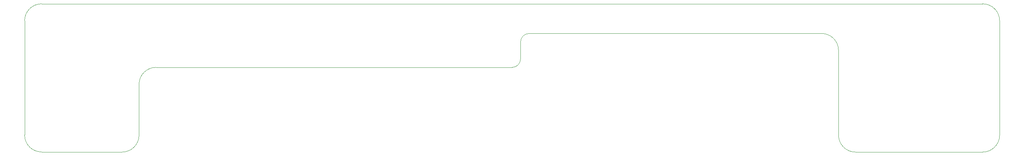
<source format=gbr>
%TF.GenerationSoftware,KiCad,Pcbnew,(6.0.2)*%
%TF.CreationDate,2022-03-02T13:17:24+03:00*%
%TF.ProjectId,Steel_form_Dish_washer PART 2,53746565-6c5f-4666-9f72-6d5f44697368,rev?*%
%TF.SameCoordinates,Original*%
%TF.FileFunction,Profile,NP*%
%FSLAX46Y46*%
G04 Gerber Fmt 4.6, Leading zero omitted, Abs format (unit mm)*
G04 Created by KiCad (PCBNEW (6.0.2)) date 2022-03-02 13:17:24*
%MOMM*%
%LPD*%
G01*
G04 APERTURE LIST*
%TA.AperFunction,Profile*%
%ADD10C,0.100000*%
%TD*%
G04 APERTURE END LIST*
D10*
X194900000Y-234400000D02*
X110900000Y-234400000D01*
X79900000Y-250371573D02*
X79900000Y-223400000D01*
X198900000Y-226400000D02*
G75*
G03*
X196900000Y-228400000I-1J-1999999D01*
G01*
X271900000Y-250400000D02*
X271900000Y-230400000D01*
X271900000Y-230400000D02*
G75*
G03*
X267900000Y-226400000I-4000000J0D01*
G01*
X309900000Y-223400000D02*
X309900000Y-250400000D01*
X194900000Y-234400000D02*
G75*
G03*
X196900000Y-232400000I1J1999999D01*
G01*
X271900000Y-250400000D02*
G75*
G03*
X275900000Y-254400000I4000000J0D01*
G01*
X305900000Y-254400000D02*
X275900000Y-254400000D01*
X267900000Y-226400000D02*
X198900000Y-226400000D01*
X309900000Y-223400000D02*
G75*
G03*
X305900000Y-219400000I-4000000J0D01*
G01*
X83900000Y-219400000D02*
X305900000Y-219400000D01*
X196900000Y-228400000D02*
X196900000Y-232400000D01*
X110900000Y-234400000D02*
G75*
G03*
X106900000Y-238400000I0J-4000000D01*
G01*
X106900000Y-238400000D02*
X106900000Y-250400000D01*
X83900000Y-219400000D02*
G75*
G03*
X79900000Y-223400000I0J-4000000D01*
G01*
X102900000Y-254400000D02*
G75*
G03*
X106900000Y-250400000I0J4000000D01*
G01*
X79900000Y-250371573D02*
G75*
G03*
X83900000Y-254371573I4000000J0D01*
G01*
X102900000Y-254400000D02*
X83900000Y-254371573D01*
X305900000Y-254400000D02*
G75*
G03*
X309900000Y-250400000I0J4000000D01*
G01*
M02*

</source>
